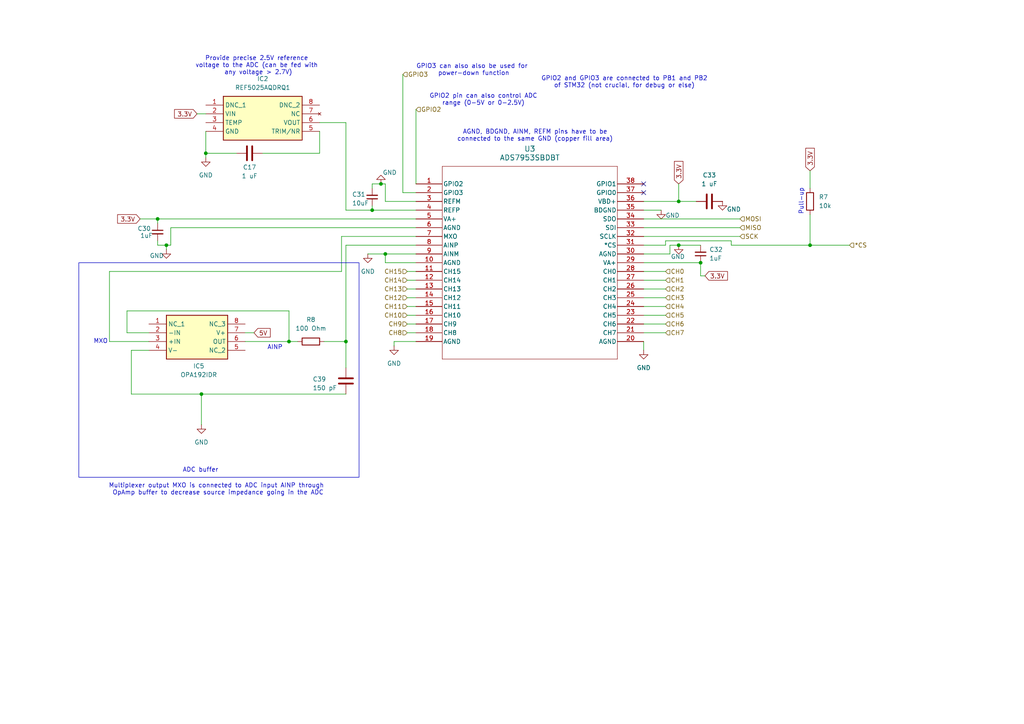
<source format=kicad_sch>
(kicad_sch (version 20250114) (generator "eeschema") (generator_version "9.0")
  (paper "A4")
  (title_block (company "N-Pulse"))
  (lib_symbols
    (symbol "2025-03-12_09-53-19:ADS7953SBDBT" (pin_names (offset 0.254))
      (property "Reference" "U" (at 33.02 10.16 0))
      (property "Value" "ADS7953SBDBT" (at 33.02 7.62 0))
      (symbol "ADS7953SBDBT_0_1"
        (polyline (pts (xy 7.62 5.08) (xy 7.62 -50.8)) (stroke (width 0.127)))
        (polyline (pts (xy 7.62 -50.8) (xy 58.42 -50.8)) (stroke (width 0.127)))
        (polyline (pts (xy 58.42 5.08) (xy 7.62 5.08)) (stroke (width 0.127)))
        (polyline (pts (xy 58.42 -50.8) (xy 58.42 5.08)) (stroke (width 0.127)))
        (pin bidirectional line (at 0 0 0) (length 7.62) (name "GPIO2") (number "1"))
        (pin bidirectional line (at 0 -2.54 0) (length 7.62) (name "GPIO3") (number "2"))
        (pin input line (at 0 -5.08 0) (length 7.62) (name "REFM") (number "3"))
        (pin input line (at 0 -7.62 0) (length 7.62) (name "REFP") (number "4"))
        (pin power_in line (at 0 -10.16 0) (length 7.62) (name "VA+") (number "5"))
        (pin power_in line (at 0 -12.7 0) (length 7.62) (name "AGND") (number "6"))
        (pin output line (at 0 -15.24 0) (length 7.62) (name "MXO") (number "7"))
        (pin input line (at 0 -17.78 0) (length 7.62) (name "AINP") (number "8"))
        (pin input line (at 0 -20.32 0) (length 7.62) (name "AINM") (number "9"))
        (pin power_in line (at 0 -22.86 0) (length 7.62) (name "AGND") (number "10"))
        (pin input line (at 0 -25.4 0) (length 7.62) (name "CH15") (number "11"))
        (pin input line (at 0 -27.94 0) (length 7.62) (name "CH14") (number "12"))
        (pin input line (at 0 -30.48 0) (length 7.62) (name "CH13") (number "13"))
        (pin input line (at 0 -33.02 0) (length 7.62) (name "CH12") (number "14"))
        (pin input line (at 0 -35.56 0) (length 7.62) (name "CH11") (number "15"))
        (pin input line (at 0 -38.1 0) (length 7.62) (name "CH10") (number "16"))
        (pin input line (at 0 -40.64 0) (length 7.62) (name "CH9") (number "17"))
        (pin input line (at 0 -43.18 0) (length 7.62) (name "CH8") (number "18"))
        (pin power_in line (at 0 -45.72 0) (length 7.62) (name "AGND") (number "19"))
        (pin bidirectional line (at 66.04 0 180) (length 7.62) (name "GPIO1") (number "38"))
        (pin bidirectional line (at 66.04 -2.54 180) (length 7.62) (name "GPIO0") (number "37"))
        (pin power_in line (at 66.04 -5.08 180) (length 7.62) (name "VBD+") (number "36"))
        (pin power_in line (at 66.04 -7.62 180) (length 7.62) (name "BDGND") (number "35"))
        (pin output line (at 66.04 -10.16 180) (length 7.62) (name "SDO") (number "34"))
        (pin input line (at 66.04 -12.7 180) (length 7.62) (name "SDI") (number "33"))
        (pin input line (at 66.04 -15.24 180) (length 7.62) (name "SCLK") (number "32"))
        (pin input line (at 66.04 -17.78 180) (length 7.62) (name "*CS") (number "31"))
        (pin power_in line (at 66.04 -20.32 180) (length 7.62) (name "AGND") (number "30"))
        (pin power_in line (at 66.04 -22.86 180) (length 7.62) (name "VA+") (number "29"))
        (pin input line (at 66.04 -25.4 180) (length 7.62) (name "CH0") (number "28"))
        (pin input line (at 66.04 -27.94 180) (length 7.62) (name "CH1") (number "27"))
        (pin input line (at 66.04 -30.48 180) (length 7.62) (name "CH2") (number "26"))
        (pin input line (at 66.04 -33.02 180) (length 7.62) (name "CH3") (number "25"))
        (pin input line (at 66.04 -35.56 180) (length 7.62) (name "CH4") (number "24"))
        (pin input line (at 66.04 -38.1 180) (length 7.62) (name "CH5") (number "23"))
        (pin input line (at 66.04 -40.64 180) (length 7.62) (name "CH6") (number "22"))
        (pin input line (at 66.04 -43.18 180) (length 7.62) (name "CH7") (number "21"))
        (pin power_in line (at 66.04 -45.72 180) (length 7.62) (name "AGND") (number "20"))
      )
    )
    (symbol "Device:C" (pin_numbers (hide yes)) (pin_names (offset 0.254))
      (property "Reference" "C" (at 0.635 2.54 0))
      (property "Value" "C" (at 0.635 -2.54 0))
      (symbol "C_0_1"
        (polyline (pts (xy -2.032 0.762) (xy 2.032 0.762)) (stroke (width 0.508)))
        (polyline (pts (xy -2.032 -0.762) (xy 2.032 -0.762)) (stroke (width 0.508)))
      )
      (symbol "C_1_1"
        (pin passive line (at 0 3.81 270) (length 2.794) (name "~") (number "1"))
        (pin passive line (at 0 -3.81 90) (length 2.794) (name "~") (number "2"))
      )
    )
    (symbol "Device:C_Small" (pin_numbers (hide yes)) (pin_names (offset 0.254) (hide yes))
      (property "Reference" "C" (at 0.254 1.778 0))
      (property "Value" "C_Small" (at 0.254 -2.032 0))
      (symbol "C_Small_0_1"
        (polyline (pts (xy -1.524 0.508) (xy 1.524 0.508)) (stroke (width 0.3048)))
        (polyline (pts (xy -1.524 -0.508) (xy 1.524 -0.508)) (stroke (width 0.3302)))
      )
      (symbol "C_Small_1_1"
        (pin passive line (at 0 2.54 270) (length 2.032) (name "~") (number "1"))
        (pin passive line (at 0 -2.54 90) (length 2.032) (name "~") (number "2"))
      )
    )
    (symbol "Device:R" (pin_numbers (hide yes)) (pin_names (offset 0))
      (property "Reference" "R" (at 2.032 0 90))
      (property "Value" "R" (at 0 0 90))
      (symbol "R_0_1"
        (rectangle (start -1.016 -2.54) (end 1.016 2.54) (stroke (width 0.254)))
      )
      (symbol "R_1_1"
        (pin passive line (at 0 3.81 270) (length 1.27) (name "~") (number "1"))
        (pin passive line (at 0 -3.81 90) (length 1.27) (name "~") (number "2"))
      )
    )
    (symbol "OPA192IDR:OPA192IDR"
      (property "Reference" "IC" (at 24.13 7.62 0))
      (property "Value" "OPA192IDR" (at 24.13 5.08 0))
      (symbol "OPA192IDR_1_1"
        (rectangle (start 5.08 2.54) (end 22.86 -10.16) (stroke (width 0.254)) (fill (type background)))
        (pin passive line (at 0 0 0) (length 5.08) (name "NC_1") (number "1"))
        (pin passive line (at 0 -2.54 0) (length 5.08) (name "-IN") (number "2"))
        (pin passive line (at 0 -5.08 0) (length 5.08) (name "+IN") (number "3"))
        (pin passive line (at 0 -7.62 0) (length 5.08) (name "V-") (number "4"))
        (pin passive line (at 27.94 0 180) (length 5.08) (name "NC_3") (number "8"))
        (pin passive line (at 27.94 -2.54 180) (length 5.08) (name "V+") (number "7"))
        (pin passive line (at 27.94 -5.08 180) (length 5.08) (name "OUT") (number "6"))
        (pin passive line (at 27.94 -7.62 180) (length 5.08) (name "NC_2") (number "5"))
      )
    )
    (symbol "REF5025AQDRQ1:REF5025AQDRQ1"
      (property "Reference" "IC" (at 29.21 7.62 0))
      (property "Value" "REF5025AQDRQ1" (at 29.21 5.08 0))
      (symbol "REF5025AQDRQ1_1_1"
        (rectangle (start 5.08 2.54) (end 27.94 -10.16) (stroke (width 0.254)) (fill (type background)))
        (pin passive line (at 0 0 0) (length 5.08) (name "DNC_1") (number "1"))
        (pin passive line (at 0 -2.54 0) (length 5.08) (name "VIN") (number "2"))
        (pin passive line (at 0 -5.08 0) (length 5.08) (name "TEMP") (number "3"))
        (pin passive line (at 0 -7.62 0) (length 5.08) (name "GND") (number "4"))
        (pin passive line (at 33.02 0 180) (length 5.08) (name "DNC_2") (number "8"))
        (pin no_connect line (at 33.02 -2.54 180) (length 5.08) (name "NC") (number "7"))
        (pin passive line (at 33.02 -5.08 180) (length 5.08) (name "VOUT") (number "6"))
        (pin passive line (at 33.02 -7.62 180) (length 5.08) (name "TRIM/NR") (number "5"))
      )
    )
    (symbol "power:GND" (power) (pin_numbers (hide yes)) (pin_names (offset 0) (hide yes))
      (property "Value" "GND" (at 0 -3.81 0))
      (symbol "GND_0_1"
        (polyline (pts (xy 0 0) (xy 0 -1.27) (xy 1.27 -1.27) (xy 0 -2.54) (xy -1.27 -1.27) (xy 0 -1.27)))
      )
      (symbol "GND_1_1"
        (pin power_in line (at 0 0 270) (length 0) (name "~") (number "1"))
      )
    )
  )
  (text "AGND, BDGND, AINM, REFM pins have to be\nconnected to the same GND (copper fill area)\n" (at 155.194 39.37 0) (effects (font (size 1.27 1.27))))
  (text "ADC buffer" (at 58.166 136.398 0) (effects (font (size 1.27 1.27))))
  (text "MXO" (at 29.21 99.06 0) (effects (font (size 1.27 1.27))))
  (text "Provide precise 2.5V reference \nvoltage to the ADC (can be fed with \nany voltage > 2.7V)\n" (at 74.93 19.05 0) (effects (font (size 1.27 1.27))))
  (text "GPIO3 can also also be used for\n power-down function" (at 136.906 20.32 0) (effects (font (size 1.27 1.27))))
  (text "Multiplexer output MXO is connected to ADC input AINP through \nOpAmp buffer to decrease source impedance going in the ADC\n\n\n\n" (at 63.246 145.034 0) (effects (font (size 1.27 1.27))))
  (text "GPIO2 and GPIO3 are connected to PB1 and PB2\nof STM32 (not crucial, for debug or else)" (at 181.102 23.876 0) (effects (font (size 1.27 1.27))))
  (text "AINP" (at 79.756 100.838 0) (effects (font (size 1.27 1.27))))
  (text "Pull-up\n" (at 232.41 58.42 90) (effects (font (size 1.27 1.27))))
  (text "GPIO2 pin can also control ADC\nrange (0-5V or 0-2.5V)" (at 140.208 28.956 0) (effects (font (size 1.27 1.27))))
  (text_box "" (at 22.86 76.2 0) (size 81.28 62.23) (margins 0.9525 0.9525 0.9525 0.9525) (effects (font (size 1.27 1.27)) (justify left top)))
  (junction (at 196.85 58.42))
  (junction (at 196.85 71.12))
  (junction (at 107.95 60.96))
  (junction (at 110.49 53.34))
  (junction (at 58.42 114.3))
  (junction (at 48.26 71.12))
  (junction (at 111.76 73.66))
  (junction (at 234.95 71.12))
  (junction (at 203.2 76.2))
  (junction (at 59.69 44.45))
  (junction (at 45.72 63.5))
  (junction (at 83.82 99.06))
  (junction (at 100.33 99.06))
  (no_connect (at 186.69 53.34))
  (no_connect (at 186.69 55.88))
  (wire (pts (xy 36.83 90.17) (xy 36.83 96.52)))
  (wire (pts (xy 110.49 53.34) (xy 111.76 53.34)))
  (wire (pts (xy 186.69 83.82) (xy 193.04 83.82)))
  (wire (pts (xy 118.11 78.74) (xy 120.65 78.74)))
  (wire (pts (xy 38.1 101.6) (xy 43.18 101.6)))
  (wire (pts (xy 186.69 99.06) (xy 186.69 101.6)))
  (wire (pts (xy 49.53 71.12) (xy 48.26 71.12)))
  (wire (pts (xy 196.85 58.42) (xy 201.93 58.42)))
  (wire (pts (xy 107.95 59.69) (xy 107.95 60.96)))
  (wire (pts (xy 120.65 31.75) (xy 120.65 53.34)))
  (wire (pts (xy 116.84 21.59) (xy 116.84 55.88)))
  (wire (pts (xy 186.69 60.96) (xy 191.77 60.96)))
  (wire (pts (xy 59.69 44.45) (xy 59.69 45.72)))
  (wire (pts (xy 186.69 86.36) (xy 193.04 86.36)))
  (wire (pts (xy 120.65 76.2) (xy 111.76 76.2)))
  (wire (pts (xy 99.06 68.58) (xy 120.65 68.58)))
  (wire (pts (xy 76.2 44.45) (xy 92.71 44.45)))
  (wire (pts (xy 38.1 114.3) (xy 58.42 114.3)))
  (wire (pts (xy 45.72 69.85) (xy 45.72 71.12)))
  (wire (pts (xy 36.83 96.52) (xy 43.18 96.52)))
  (wire (pts (xy 118.11 93.98) (xy 120.65 93.98)))
  (wire (pts (xy 194.31 71.12) (xy 196.85 71.12)))
  (wire (pts (xy 186.69 96.52) (xy 193.04 96.52)))
  (wire (pts (xy 196.85 53.34) (xy 196.85 58.42)))
  (wire (pts (xy 116.84 55.88) (xy 120.65 55.88)))
  (wire (pts (xy 203.2 76.2) (xy 203.2 80.01)))
  (wire (pts (xy 49.53 66.04) (xy 120.65 66.04)))
  (wire (pts (xy 118.11 83.82) (xy 120.65 83.82)))
  (wire (pts (xy 49.53 66.04) (xy 49.53 71.12)))
  (wire (pts (xy 194.31 73.66) (xy 194.31 71.12)))
  (wire (pts (xy 111.76 58.42) (xy 111.76 53.34)))
  (wire (pts (xy 186.69 91.44) (xy 193.04 91.44)))
  (wire (pts (xy 100.33 60.96) (xy 107.95 60.96)))
  (wire (pts (xy 186.69 81.28) (xy 193.04 81.28)))
  (wire (pts (xy 212.09 71.12) (xy 234.95 71.12)))
  (wire (pts (xy 114.3 99.06) (xy 114.3 100.33)))
  (wire (pts (xy 203.2 80.01) (xy 204.47 80.01)))
  (wire (pts (xy 99.06 78.74) (xy 99.06 68.58)))
  (wire (pts (xy 45.72 71.12) (xy 48.26 71.12)))
  (wire (pts (xy 48.26 71.12) (xy 48.26 72.39)))
  (wire (pts (xy 111.76 58.42) (xy 120.65 58.42)))
  (wire (pts (xy 186.69 66.04) (xy 214.63 66.04)))
  (wire (pts (xy 99.06 78.74) (xy 31.75 78.74)))
  (wire (pts (xy 107.95 53.34) (xy 110.49 53.34)))
  (wire (pts (xy 111.76 76.2) (xy 111.76 73.66)))
  (wire (pts (xy 186.69 68.58) (xy 214.63 68.58)))
  (wire (pts (xy 186.69 73.66) (xy 194.31 73.66)))
  (wire (pts (xy 118.11 91.44) (xy 120.65 91.44)))
  (wire (pts (xy 111.76 73.66) (xy 120.65 73.66)))
  (wire (pts (xy 83.82 99.06) (xy 83.82 90.17)))
  (wire (pts (xy 118.11 96.52) (xy 120.65 96.52)))
  (wire (pts (xy 186.69 71.12) (xy 193.04 71.12)))
  (wire (pts (xy 118.11 88.9) (xy 120.65 88.9)))
  (wire (pts (xy 186.69 58.42) (xy 196.85 58.42)))
  (wire (pts (xy 83.82 90.17) (xy 36.83 90.17)))
  (wire (pts (xy 234.95 62.23) (xy 234.95 71.12)))
  (wire (pts (xy 196.85 71.12) (xy 203.2 71.12)))
  (wire (pts (xy 93.98 99.06) (xy 100.33 99.06)))
  (wire (pts (xy 186.69 88.9) (xy 193.04 88.9)))
  (wire (pts (xy 186.69 78.74) (xy 193.04 78.74)))
  (wire (pts (xy 57.15 33.02) (xy 59.69 33.02)))
  (wire (pts (xy 100.33 71.12) (xy 100.33 99.06)))
  (wire (pts (xy 59.69 38.1) (xy 59.69 44.45)))
  (wire (pts (xy 193.04 71.12) (xy 193.04 69.85)))
  (wire (pts (xy 40.64 63.5) (xy 45.72 63.5)))
  (wire (pts (xy 100.33 35.56) (xy 100.33 60.96)))
  (wire (pts (xy 100.33 71.12) (xy 120.65 71.12)))
  (wire (pts (xy 193.04 69.85) (xy 212.09 69.85)))
  (wire (pts (xy 38.1 101.6) (xy 38.1 114.3)))
  (wire (pts (xy 92.71 44.45) (xy 92.71 38.1)))
  (wire (pts (xy 107.95 53.34) (xy 107.95 54.61)))
  (wire (pts (xy 212.09 71.12) (xy 212.09 69.85)))
  (wire (pts (xy 234.95 71.12) (xy 246.38 71.12)))
  (wire (pts (xy 31.75 99.06) (xy 43.18 99.06)))
  (wire (pts (xy 118.11 86.36) (xy 120.65 86.36)))
  (wire (pts (xy 186.69 76.2) (xy 203.2 76.2)))
  (wire (pts (xy 186.69 93.98) (xy 193.04 93.98)))
  (wire (pts (xy 58.42 114.3) (xy 100.33 114.3)))
  (wire (pts (xy 234.95 49.53) (xy 234.95 54.61)))
  (wire (pts (xy 83.82 99.06) (xy 86.36 99.06)))
  (wire (pts (xy 45.72 63.5) (xy 120.65 63.5)))
  (wire (pts (xy 31.75 78.74) (xy 31.75 99.06)))
  (wire (pts (xy 106.68 73.66) (xy 111.76 73.66)))
  (wire (pts (xy 59.69 44.45) (xy 68.58 44.45)))
  (wire (pts (xy 118.11 81.28) (xy 120.65 81.28)))
  (wire (pts (xy 71.12 96.52) (xy 73.66 96.52)))
  (wire (pts (xy 100.33 99.06) (xy 100.33 106.68)))
  (wire (pts (xy 45.72 64.77) (xy 45.72 63.5)))
  (wire (pts (xy 71.12 99.06) (xy 83.82 99.06)))
  (wire (pts (xy 58.42 123.19) (xy 58.42 114.3)))
  (wire (pts (xy 120.65 99.06) (xy 114.3 99.06)))
  (wire (pts (xy 92.71 35.56) (xy 100.33 35.56)))
  (wire (pts (xy 107.95 60.96) (xy 120.65 60.96)))
  (wire (pts (xy 186.69 63.5) (xy 214.63 63.5)))
  (global_label "3.3V" (shape input) (at 40.64 63.5 180) (property "Intersheetrefs" "${INTERSHEET_REFS}" (effects (hide yes))))
  (global_label "3.3V" (shape input) (at 234.95 49.53 90) (property "Intersheetrefs" "${INTERSHEET_REFS}" (effects (hide yes))))
  (global_label "5V" (shape input) (at 73.66 96.52 0) (property "Intersheetrefs" "${INTERSHEET_REFS}" (effects (hide yes))))
  (global_label "3.3V" (shape input) (at 204.47 80.01 0) (property "Intersheetrefs" "${INTERSHEET_REFS}" (effects (hide yes))))
  (global_label "3.3V" (shape input) (at 57.15 33.02 180) (property "Intersheetrefs" "${INTERSHEET_REFS}" (effects (hide yes))))
  (global_label "3.3V" (shape input) (at 196.85 53.34 90) (property "Intersheetrefs" "${INTERSHEET_REFS}" (effects (hide yes))))
  (hierarchical_label "CH3" (shape input) (at 193.04 86.36 0))
  (hierarchical_label "CH9" (shape input) (at 118.11 93.98 180))
  (hierarchical_label "CH15" (shape input) (at 118.11 78.74 180))
  (hierarchical_label "CH12" (shape input) (at 118.11 86.36 180))
  (hierarchical_label "GPIO3" (shape input) (at 116.84 21.59 0))
  (hierarchical_label "CH7" (shape input) (at 193.04 96.52 0))
  (hierarchical_label "CH4" (shape input) (at 193.04 88.9 0))
  (hierarchical_label "CH10" (shape input) (at 118.11 91.44 180))
  (hierarchical_label "MOSI" (shape input) (at 214.63 63.5 0))
  (hierarchical_label "CH6" (shape input) (at 193.04 93.98 0))
  (hierarchical_label "CH11" (shape input) (at 118.11 88.9 180))
  (hierarchical_label "SCK" (shape input) (at 214.63 68.58 0))
  (hierarchical_label "CH5" (shape input) (at 193.04 91.44 0))
  (hierarchical_label "GPIO2" (shape input) (at 120.65 31.75 0))
  (hierarchical_label "CH1" (shape input) (at 193.04 81.28 0))
  (hierarchical_label "CH0" (shape input) (at 193.04 78.74 0))
  (hierarchical_label "CH13" (shape input) (at 118.11 83.82 180))
  (hierarchical_label "CH14" (shape input) (at 118.11 81.28 180))
  (hierarchical_label "MISO" (shape input) (at 214.63 66.04 0))
  (hierarchical_label "CH8" (shape input) (at 118.11 96.52 180))
  (hierarchical_label "*CS" (shape input) (at 246.38 71.12 0))
  (hierarchical_label "CH2" (shape input) (at 193.04 83.82 0))
  (symbol (lib_id "Device:C") (at 72.39 44.45 270) (unit 1)
    (property "Reference" "C17" (at 72.39 48.514 90))
    (property "Value" "1 uF" (at 72.39 51.054 90))
    (property "Description" "Unpolarized capacitor" (effects (hide yes)))
  )
  (symbol (lib_id "Device:R") (at 90.17 99.06 90) (unit 1)
    (property "Reference" "R8" (at 90.17 92.71 90))
    (property "Value" "100 Ohm" (at 90.17 95.25 90))
    (property "Description" "Resistor" (effects (hide yes)))
  )
  (symbol (lib_id "Device:C_Small") (at 45.72 67.31 0) (unit 1)
    (property "Reference" "C30" (at 39.878 66.294 0) (effects (justify left)))
    (property "Value" "1uF" (at 40.64 68.326 0) (effects (justify left)))
    (property "Description" "Unpolarized capacitor, small symbol" (effects (hide yes)))
  )
  (symbol (lib_id "power:GND") (at 114.3 100.33 0) (unit 1)
    (property "Reference" "#PWR034" (effects (hide yes)))
    (property "Value" "GND" (at 114.3 105.41 0))
    (property "Description" "Power symbol creates a global label with name \"GND\" , ground" (effects (hide yes)))
  )
  (symbol (lib_id "2025-03-12_09-53-19:ADS7953SBDBT") (at 120.65 53.34 0) (unit 1)
    (property "Reference" "U3" (at 153.67 43.18 0) (effects (font (size 1.524 1.524))))
    (property "Value" "ADS7953SBDBT" (at 153.67 45.72 0) (effects (font (size 1.524 1.524))))
    (property "Footprint" "DBT38" (effects (hide yes)))
    (property "Datasheet" "ADS7953SBDBT" (effects (hide yes)))
  )
  (symbol (lib_id "power:GND") (at 58.42 123.19 0) (unit 1)
    (property "Reference" "#PWR018" (effects (hide yes)))
    (property "Value" "GND" (at 58.42 128.27 0))
    (property "Description" "Power symbol creates a global label with name \"GND\" , ground" (effects (hide yes)))
  )
  (symbol (lib_id "power:GND") (at 196.85 71.12 0) (unit 1)
    (property "Reference" "#PWR037" (effects (hide yes)))
    (property "Value" "GND" (at 196.596 74.422 0))
    (property "Description" "Power symbol creates a global label with name \"GND\" , ground" (effects (hide yes)))
  )
  (symbol (lib_id "Device:C_Small") (at 203.2 73.66 180) (unit 1)
    (property "Reference" "C32" (at 205.74 72.3835 0) (effects (justify right)))
    (property "Value" "1uF" (at 205.74 74.9235 0) (effects (justify right)))
    (property "Description" "Unpolarized capacitor, small symbol" (effects (hide yes)))
  )
  (symbol (lib_id "Device:C") (at 100.33 110.49 0) (unit 1)
    (property "Reference" "C39" (at 90.678 109.982 0) (effects (justify left)))
    (property "Value" "150 pF" (at 90.678 112.522 0) (effects (justify left)))
    (property "Description" "Unpolarized capacitor" (effects (hide yes)))
  )
  (symbol (lib_id "power:GND") (at 186.69 101.6 0) (unit 1)
    (property "Reference" "#PWR035" (effects (hide yes)))
    (property "Value" "GND" (at 186.69 106.68 0))
    (property "Description" "Power symbol creates a global label with name \"GND\" , ground" (effects (hide yes)))
  )
  (symbol (lib_id "Device:C_Small") (at 107.95 57.15 180) (unit 1)
    (property "Reference" "C31" (at 102.108 56.388 0) (effects (justify right)))
    (property "Value" "10uF" (at 102.108 58.928 0) (effects (justify right)))
    (property "Description" "Unpolarized capacitor, small symbol" (effects (hide yes)))
  )
  (symbol (lib_id "OPA192IDR:OPA192IDR") (at 43.18 93.98 0) (unit 1)
    (property "Reference" "IC5" (at 57.658 106.172 0))
    (property "Value" "OPA192IDR" (at 57.658 108.712 0))
    (property "Footprint" "SOIC127P600X175-8N" (effects (hide yes)))
    (property "Datasheet" "http://www.ti.com/lit/gpn/opa192" (effects (hide yes)))
    (property "Description" "High-Voltage, Rail-to-Rail Input/Output, 5V, 0.2V/C, Precision Operational Amplifier" (effects (hide yes)))
    (property "Height" "1.75" (effects (hide yes)))
    (property "Mouser Part Number" "595-OPA192IDR" (effects (hide yes)))
    (property "Mouser Price/Stock" "https://www.mouser.co.uk/ProductDetail/Texas-Instruments/OPA192IDR?qs=wrT8kFYR77%252BLV20WgpFlnQ%3D%3D" (effects (hide yes)))
    (property "Manufacturer_Name" "Texas Instruments" (effects (hide yes)))
    (property "Manufacturer_Part_Number" "OPA192IDR" (effects (hide yes)))
  )
  (symbol (lib_id "power:GND") (at 209.55 58.42 0) (unit 1)
    (property "Reference" "#PWR038" (effects (hide yes)))
    (property "Value" "GND" (at 212.852 60.706 0))
    (property "Description" "Power symbol creates a global label with name \"GND\" , ground" (effects (hide yes)))
  )
  (symbol (lib_id "REF5025AQDRQ1:REF5025AQDRQ1") (at 59.69 30.48 0) (unit 1)
    (property "Reference" "IC2" (at 76.2 22.86 0))
    (property "Value" "REF5025AQDRQ1" (at 76.2 25.4 0))
    (property "Footprint" "SOIC127P600X175-8N" (effects (hide yes)))
    (property "Datasheet" "http://www.ti.com/lit/gpn/ref5025a-q1" (effects (hide yes)))
    (property "Description" "Automotive Low Noise, Very Low Drift, Precision 2.5V Series Voltage Reference" (effects (hide yes)))
    (property "Height" "1.75" (effects (hide yes)))
    (property "Mouser Part Number" "595-REF5025AQDRQ1" (effects (hide yes)))
    (property "Mouser Price/Stock" "https://www.mouser.co.uk/ProductDetail/Texas-Instruments/REF5025AQDRQ1?qs=jnnG3uwte7w8iuVSV8mElA%3D%3D" (effects (hide yes)))
    (property "Manufacturer_Name" "Texas Instruments" (effects (hide yes)))
    (property "Manufacturer_Part_Number" "REF5025AQDRQ1" (effects (hide yes)))
  )
  (symbol (lib_id "power:GND") (at 59.69 45.72 0) (unit 1)
    (property "Reference" "#PWR029" (effects (hide yes)))
    (property "Value" "GND" (at 59.69 50.8 0))
    (property "Description" "Power symbol creates a global label with name \"GND\" , ground" (effects (hide yes)))
  )
  (symbol (lib_id "power:GND") (at 106.68 73.66 0) (unit 1)
    (property "Reference" "#PWR031" (effects (hide yes)))
    (property "Value" "GND" (at 106.68 78.74 0))
    (property "Description" "Power symbol creates a global label with name \"GND\" , ground" (effects (hide yes)))
  )
  (symbol (lib_id "Device:C") (at 205.74 58.42 270) (unit 1)
    (property "Reference" "C33" (at 205.74 50.8 90))
    (property "Value" "1 uF" (at 205.74 53.34 90))
    (property "Description" "Unpolarized capacitor" (effects (hide yes)))
  )
  (symbol (lib_id "power:GND") (at 191.77 60.96 0) (unit 1)
    (property "Reference" "#PWR036" (effects (hide yes)))
    (property "Value" "GND" (at 195.072 62.484 0))
    (property "Description" "Power symbol creates a global label with name \"GND\" , ground" (effects (hide yes)))
  )
  (symbol (lib_id "Device:R") (at 234.95 58.42 0) (unit 1)
    (property "Reference" "R7" (at 237.49 57.1499 0) (effects (justify left)))
    (property "Value" "10k" (at 237.49 59.6899 0) (effects (justify left)))
    (property "Description" "Resistor" (effects (hide yes)))
  )
  (symbol (lib_id "power:GND") (at 110.49 53.34 180) (unit 1)
    (property "Reference" "#PWR032" (effects (hide yes)))
    (property "Value" "GND" (at 113.03 50.038 0))
    (property "Description" "Power symbol creates a global label with name \"GND\" , ground" (effects (hide yes)))
  )
  (symbol (lib_id "power:GND") (at 48.26 72.39 0) (unit 1)
    (property "Reference" "#PWR030" (effects (hide yes)))
    (property "Value" "GND" (at 45.466 74.168 0))
    (property "Description" "Power symbol creates a global label with name \"GND\" , ground" (effects (hide yes)))
  )
)
</source>
